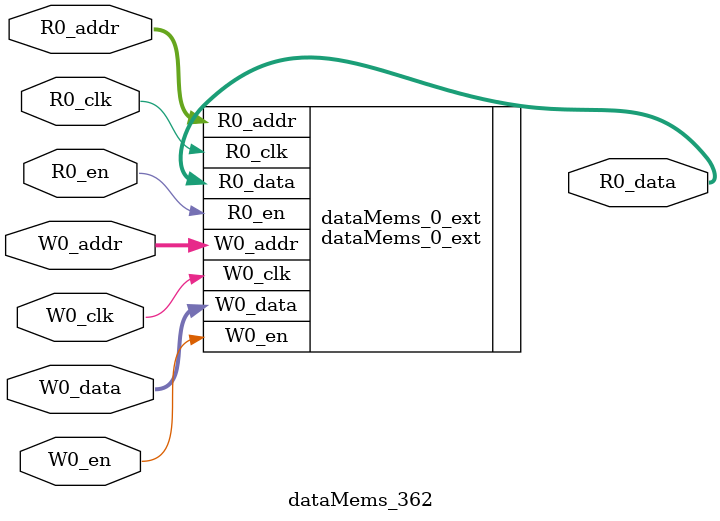
<source format=sv>
`ifndef RANDOMIZE
  `ifdef RANDOMIZE_REG_INIT
    `define RANDOMIZE
  `endif // RANDOMIZE_REG_INIT
`endif // not def RANDOMIZE
`ifndef RANDOMIZE
  `ifdef RANDOMIZE_MEM_INIT
    `define RANDOMIZE
  `endif // RANDOMIZE_MEM_INIT
`endif // not def RANDOMIZE

`ifndef RANDOM
  `define RANDOM $random
`endif // not def RANDOM

// Users can define 'PRINTF_COND' to add an extra gate to prints.
`ifndef PRINTF_COND_
  `ifdef PRINTF_COND
    `define PRINTF_COND_ (`PRINTF_COND)
  `else  // PRINTF_COND
    `define PRINTF_COND_ 1
  `endif // PRINTF_COND
`endif // not def PRINTF_COND_

// Users can define 'ASSERT_VERBOSE_COND' to add an extra gate to assert error printing.
`ifndef ASSERT_VERBOSE_COND_
  `ifdef ASSERT_VERBOSE_COND
    `define ASSERT_VERBOSE_COND_ (`ASSERT_VERBOSE_COND)
  `else  // ASSERT_VERBOSE_COND
    `define ASSERT_VERBOSE_COND_ 1
  `endif // ASSERT_VERBOSE_COND
`endif // not def ASSERT_VERBOSE_COND_

// Users can define 'STOP_COND' to add an extra gate to stop conditions.
`ifndef STOP_COND_
  `ifdef STOP_COND
    `define STOP_COND_ (`STOP_COND)
  `else  // STOP_COND
    `define STOP_COND_ 1
  `endif // STOP_COND
`endif // not def STOP_COND_

// Users can define INIT_RANDOM as general code that gets injected into the
// initializer block for modules with registers.
`ifndef INIT_RANDOM
  `define INIT_RANDOM
`endif // not def INIT_RANDOM

// If using random initialization, you can also define RANDOMIZE_DELAY to
// customize the delay used, otherwise 0.002 is used.
`ifndef RANDOMIZE_DELAY
  `define RANDOMIZE_DELAY 0.002
`endif // not def RANDOMIZE_DELAY

// Define INIT_RANDOM_PROLOG_ for use in our modules below.
`ifndef INIT_RANDOM_PROLOG_
  `ifdef RANDOMIZE
    `ifdef VERILATOR
      `define INIT_RANDOM_PROLOG_ `INIT_RANDOM
    `else  // VERILATOR
      `define INIT_RANDOM_PROLOG_ `INIT_RANDOM #`RANDOMIZE_DELAY begin end
    `endif // VERILATOR
  `else  // RANDOMIZE
    `define INIT_RANDOM_PROLOG_
  `endif // RANDOMIZE
`endif // not def INIT_RANDOM_PROLOG_

// Include register initializers in init blocks unless synthesis is set
`ifndef SYNTHESIS
  `ifndef ENABLE_INITIAL_REG_
    `define ENABLE_INITIAL_REG_
  `endif // not def ENABLE_INITIAL_REG_
`endif // not def SYNTHESIS

// Include rmemory initializers in init blocks unless synthesis is set
`ifndef SYNTHESIS
  `ifndef ENABLE_INITIAL_MEM_
    `define ENABLE_INITIAL_MEM_
  `endif // not def ENABLE_INITIAL_MEM_
`endif // not def SYNTHESIS

module dataMems_362(	// @[generators/ara/src/main/scala/UnsafeAXI4ToTL.scala:365:62]
  input  [4:0]  R0_addr,
  input         R0_en,
  input         R0_clk,
  output [66:0] R0_data,
  input  [4:0]  W0_addr,
  input         W0_en,
  input         W0_clk,
  input  [66:0] W0_data
);

  dataMems_0_ext dataMems_0_ext (	// @[generators/ara/src/main/scala/UnsafeAXI4ToTL.scala:365:62]
    .R0_addr (R0_addr),
    .R0_en   (R0_en),
    .R0_clk  (R0_clk),
    .R0_data (R0_data),
    .W0_addr (W0_addr),
    .W0_en   (W0_en),
    .W0_clk  (W0_clk),
    .W0_data (W0_data)
  );
endmodule


</source>
